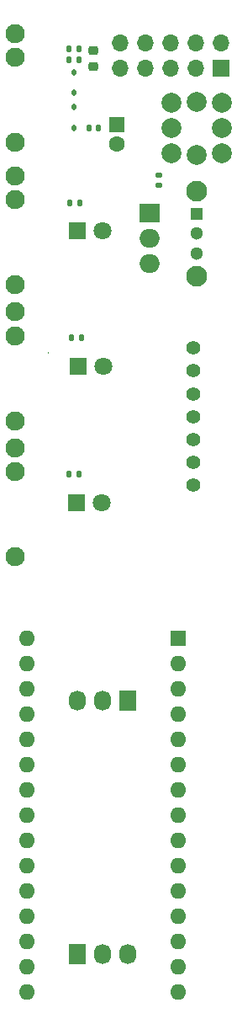
<source format=gbr>
%TF.GenerationSoftware,KiCad,Pcbnew,7.0.5*%
%TF.CreationDate,2023-09-13T13:06:11-07:00*%
%TF.ProjectId,16Bars,31364261-7273-42e6-9b69-6361645f7063,rev?*%
%TF.SameCoordinates,Original*%
%TF.FileFunction,Soldermask,Top*%
%TF.FilePolarity,Negative*%
%FSLAX46Y46*%
G04 Gerber Fmt 4.6, Leading zero omitted, Abs format (unit mm)*
G04 Created by KiCad (PCBNEW 7.0.5) date 2023-09-13 13:06:11*
%MOMM*%
%LPD*%
G01*
G04 APERTURE LIST*
G04 Aperture macros list*
%AMRoundRect*
0 Rectangle with rounded corners*
0 $1 Rounding radius*
0 $2 $3 $4 $5 $6 $7 $8 $9 X,Y pos of 4 corners*
0 Add a 4 corners polygon primitive as box body*
4,1,4,$2,$3,$4,$5,$6,$7,$8,$9,$2,$3,0*
0 Add four circle primitives for the rounded corners*
1,1,$1+$1,$2,$3*
1,1,$1+$1,$4,$5*
1,1,$1+$1,$6,$7*
1,1,$1+$1,$8,$9*
0 Add four rect primitives between the rounded corners*
20,1,$1+$1,$2,$3,$4,$5,0*
20,1,$1+$1,$4,$5,$6,$7,0*
20,1,$1+$1,$6,$7,$8,$9,0*
20,1,$1+$1,$8,$9,$2,$3,0*%
G04 Aperture macros list end*
%ADD10C,0.150000*%
%ADD11R,1.700000X1.700000*%
%ADD12O,1.700000X1.700000*%
%ADD13R,1.727200X2.032000*%
%ADD14O,1.727200X2.032000*%
%ADD15C,1.930400*%
%ADD16C,2.000000*%
%ADD17RoundRect,0.112500X-0.112500X0.187500X-0.112500X-0.187500X0.112500X-0.187500X0.112500X0.187500X0*%
%ADD18RoundRect,0.112500X0.112500X-0.187500X0.112500X0.187500X-0.112500X0.187500X-0.112500X-0.187500X0*%
%ADD19R,1.300000X1.300000*%
%ADD20C,1.300000*%
%ADD21C,2.100000*%
%ADD22C,1.400000*%
%ADD23R,2.000000X1.905000*%
%ADD24O,2.000000X1.905000*%
%ADD25R,1.800000X1.800000*%
%ADD26C,1.800000*%
%ADD27RoundRect,0.135000X0.135000X0.185000X-0.135000X0.185000X-0.135000X-0.185000X0.135000X-0.185000X0*%
%ADD28RoundRect,0.135000X-0.135000X-0.185000X0.135000X-0.185000X0.135000X0.185000X-0.135000X0.185000X0*%
%ADD29RoundRect,0.135000X0.185000X-0.135000X0.185000X0.135000X-0.185000X0.135000X-0.185000X-0.135000X0*%
%ADD30RoundRect,0.140000X-0.140000X-0.170000X0.140000X-0.170000X0.140000X0.170000X-0.140000X0.170000X0*%
%ADD31RoundRect,0.218750X-0.256250X0.218750X-0.256250X-0.218750X0.256250X-0.218750X0.256250X0.218750X0*%
%ADD32R,1.600000X1.600000*%
%ADD33C,1.600000*%
%ADD34O,1.600000X1.600000*%
G04 APERTURE END LIST*
D10*
X65300001Y-68600000D02*
G75*
G03*
X65300001Y-68600000I-1J0D01*
G01*
D11*
%TO.C,J2*%
X82700000Y-40000000D03*
D12*
X82700000Y-37460000D03*
X80160000Y-40000000D03*
X80160000Y-37460000D03*
X77620000Y-40000000D03*
X77620000Y-37460000D03*
X75080000Y-40000000D03*
X75080000Y-37460000D03*
X72540000Y-40000000D03*
X72540000Y-37460000D03*
%TD*%
D13*
%TO.C,J3*%
X68210000Y-129000000D03*
D14*
X70750000Y-129000000D03*
X73290000Y-129000000D03*
%TD*%
D13*
%TO.C,J7*%
X73290000Y-103550000D03*
D14*
X70750000Y-103550000D03*
X68210000Y-103550000D03*
%TD*%
D15*
%TO.C,J6*%
X62000000Y-89107000D03*
X62000000Y-78134200D03*
X62000000Y-80547200D03*
%TD*%
%TO.C,J5*%
X62000000Y-75429500D03*
X62000000Y-64456700D03*
X62000000Y-66869700D03*
%TD*%
%TO.C,J4*%
X62000000Y-61752000D03*
X62000000Y-50779200D03*
X62000000Y-53192200D03*
%TD*%
%TO.C,J1*%
X61970000Y-47452000D03*
X61970000Y-36479200D03*
X61970000Y-38892200D03*
%TD*%
D16*
%TO.C,SW1*%
X77697600Y-45980300D03*
X82777600Y-45980300D03*
X77697600Y-43440300D03*
X77697600Y-48520300D03*
X82777600Y-43440300D03*
X82777600Y-48520300D03*
X80237600Y-43320300D03*
X80237600Y-48720300D03*
%TD*%
D17*
%TO.C,D6*%
X67900000Y-40350000D03*
X67900000Y-42450000D03*
%TD*%
D18*
%TO.C,D5*%
X67900000Y-45950000D03*
X67900000Y-43850000D03*
%TD*%
D19*
%TO.C,SW3*%
X80237600Y-54600000D03*
D20*
X80237600Y-56600000D03*
X80237600Y-58600000D03*
D21*
X80237600Y-52300000D03*
X80237600Y-60900000D03*
%TD*%
D22*
%TO.C,S1*%
X79912600Y-70400000D03*
X79912600Y-72700000D03*
X79912600Y-75000000D03*
X79912600Y-77300000D03*
X79912600Y-79600000D03*
X79912600Y-68100000D03*
X79912600Y-81900000D03*
%TD*%
D23*
%TO.C,U1*%
X75500000Y-54500000D03*
D24*
X75500000Y-57040000D03*
X75500000Y-59580000D03*
%TD*%
D25*
%TO.C,D4*%
X68125000Y-83655000D03*
D26*
X70665000Y-83655000D03*
%TD*%
D25*
%TO.C,D3*%
X68320000Y-69977500D03*
D26*
X70860000Y-69977500D03*
%TD*%
D27*
%TO.C,R5*%
X67390000Y-39100000D03*
X68410000Y-39100000D03*
%TD*%
D25*
%TO.C,D1*%
X68225000Y-56300000D03*
D26*
X70765000Y-56300000D03*
%TD*%
D28*
%TO.C,R3*%
X67390000Y-80800000D03*
X68410000Y-80800000D03*
%TD*%
%TO.C,R2*%
X67590000Y-67100000D03*
X68610000Y-67100000D03*
%TD*%
D29*
%TO.C,R15*%
X76400000Y-51710000D03*
X76400000Y-50690000D03*
%TD*%
D30*
%TO.C,C11*%
X70380000Y-46000000D03*
X69420000Y-46000000D03*
%TD*%
D31*
%TO.C,PWR*%
X69800000Y-39787500D03*
X69800000Y-38212500D03*
%TD*%
D28*
%TO.C,R1*%
X67490000Y-53500000D03*
X68510000Y-53500000D03*
%TD*%
D27*
%TO.C,R12*%
X67390000Y-38000000D03*
X68410000Y-38000000D03*
%TD*%
D32*
%TO.C,C1*%
X72200000Y-45600000D03*
D33*
X72200000Y-47600000D03*
%TD*%
D32*
%TO.C,A1*%
X78360000Y-97250000D03*
D34*
X78360000Y-99790000D03*
X78360000Y-102330000D03*
X78360000Y-104870000D03*
X78360000Y-107410000D03*
X78360000Y-109950000D03*
X78360000Y-112490000D03*
X78360000Y-115030000D03*
X78360000Y-117570000D03*
X78360000Y-120110000D03*
X78360000Y-122650000D03*
X78360000Y-125190000D03*
X78360000Y-127730000D03*
X78360000Y-130270000D03*
X78360000Y-132810000D03*
X63120000Y-132810000D03*
X63120000Y-130270000D03*
X63120000Y-127730000D03*
X63120000Y-125190000D03*
X63120000Y-122650000D03*
X63120000Y-120110000D03*
X63120000Y-117570000D03*
X63120000Y-115030000D03*
X63120000Y-112490000D03*
X63120000Y-109950000D03*
X63120000Y-107410000D03*
X63120000Y-104870000D03*
X63120000Y-102330000D03*
X63120000Y-99790000D03*
X63120000Y-97250000D03*
%TD*%
M02*

</source>
